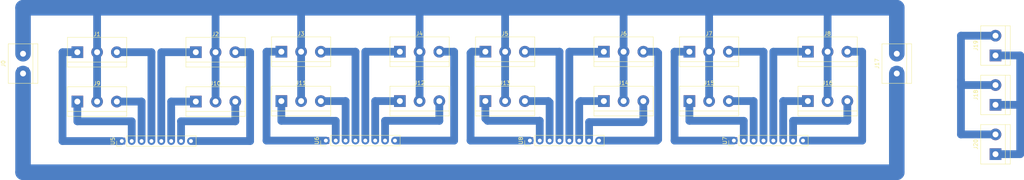
<source format=kicad_pcb>
(kicad_pcb (version 20211014) (generator pcbnew)
  (layers (0 "F.Cu" signal) (31 "B.Cu" signal) (34 "B.Paste" user) (35 "F.Paste" user) (36 "B.SilkS" user "B.Silkscreen") (37 "F.SilkS" user "F.Silkscreen") (38 "B.Mask" user) (39 "F.Mask" user) (44 "Edge.Cuts" user))
  (net 0 "")
  (net 1 "GND")
  (net 2 "+5V")
  (net 3 "LED1")
  (net 4 "BTN1")
  (net 5 "LED2")
  (net 6 "BTN2")
  (net 7 "LED3")
  (net 8 "BTN3")
  (net 9 "LED4")
  (net 10 "BTN4")
  (net 11 "LED5")
  (net 12 "BTN5")
  (net 13 "LED6")
  (net 14 "BTN6")
  (net 15 "LED7")
  (net 16 "BTN7")
  (net 17 "LED8")
  (net 18 "BTN8")
  (net 19 "LED9")
  (net 20 "BTN9")
  (net 21 "LED10")
  (net 22 "BTN10")
  (net 23 "LED11")
  (net 24 "BTN11")
  (net 25 "LED12")
  (net 26 "BTN12")
  (net 27 "LED13")
  (net 28 "BTN13")
  (net 29 "LED14")
  (net 30 "BTN14")
  (net 31 "LED15")
  (net 32 "BTN15")
  (net 33 "LED16")
  (net 34 "BTN16")
  (net 35 "SCL")
  (net 36 "SDA")
  (footprint "TerminalBlock:TerminalBlock_bornier-3_P5.08mm" (layer "F.Cu") (at 62.23 25.4)
    (fp_text reference "J2" (at 5.05 -4.65) (layer "F.SilkS"))
    (fp_text value "SCR_BTN_2")
    (fp_line (start 12.7 3.81) (end 12.7 -3.81) (layer "F.SilkS") (width 0.12))
    (fp_line (start -2.54 2.54) (end 12.7 2.54) (layer "F.SilkS") (width 0.12))
    (fp_line (start -2.54 3.81) (end 12.7 3.81) (layer "F.SilkS") (width 0.12))
    (fp_line (start -2.54 -3.81) (end 12.7 -3.81) (layer "F.SilkS") (width 0.12))
    (fp_line (start -2.54 3.81) (end -2.54 -3.81) (layer "F.SilkS") (width 0.12))
    (pad "1" thru_hole rect (at 0 0) (size 3 3) (drill 1.52) (layers *.Cu *.Mask) (net 5 "LED2"))
    (pad "2" thru_hole circle (at 5.08 0) (size 3 3) (drill 1.52) (layers *.Cu *.Mask) (net 2 "+5V"))
    (pad "3" thru_hole circle (at 10.16 0) (size 3 3) (drill 1.52) (layers *.Cu *.Mask) (net 6 "BTN2"))
  )
  (footprint "TerminalBlock:TerminalBlock_bornier-3_P5.08mm" (layer "F.Cu") (at 31.75 38.1)
    (fp_text reference "J9" (at 5.05 -4.65) (layer "F.SilkS"))
    (fp_text value "SCR_BTN_9")
    (fp_line (start -2.54 2.54) (end 12.7 2.54) (layer "F.SilkS") (width 0.12))
    (fp_line (start -2.54 3.81) (end 12.7 3.81) (layer "F.SilkS") (width 0.12))
    (fp_line (start 12.7 3.81) (end 12.7 -3.81) (layer "F.SilkS") (width 0.12))
    (fp_line (start -2.54 3.81) (end -2.54 -3.81) (layer "F.SilkS") (width 0.12))
    (fp_line (start -2.54 -3.81) (end 12.7 -3.81) (layer "F.SilkS") (width 0.12))
    (pad "1" thru_hole rect (at 0 0) (size 3 3) (drill 1.52) (layers *.Cu *.Mask) (net 19 "LED9"))
    (pad "2" thru_hole circle (at 5.08 0) (size 3 3) (drill 1.52) (layers *.Cu *.Mask) (net 2 "+5V"))
    (pad "3" thru_hole circle (at 10.16 0) (size 3 3) (drill 1.52) (layers *.Cu *.Mask) (net 20 "BTN9"))
  )
  (footprint "TerminalBlock:TerminalBlock_bornier-3_P5.08mm" (layer "F.Cu") (at 136.726666 25.275)
    (fp_text reference "J5" (at 5.05 -4.65) (layer "F.SilkS"))
    (fp_text value "SCR_BTN_5")
    (fp_line (start -2.54 3.81) (end 12.7 3.81) (layer "F.SilkS") (width 0.12))
    (fp_line (start -2.54 -3.81) (end 12.7 -3.81) (layer "F.SilkS") (width 0.12))
    (fp_line (start 12.7 3.81) (end 12.7 -3.81) (layer "F.SilkS") (width 0.12))
    (fp_line (start -2.54 2.54) (end 12.7 2.54) (layer "F.SilkS") (width 0.12))
    (fp_line (start -2.54 3.81) (end -2.54 -3.81) (layer "F.SilkS") (width 0.12))
    (pad "1" thru_hole rect (at 0 0) (size 3 3) (drill 1.52) (layers *.Cu *.Mask) (net 11 "LED5"))
    (pad "2" thru_hole circle (at 5.08 0) (size 3 3) (drill 1.52) (layers *.Cu *.Mask) (net 2 "+5V"))
    (pad "3" thru_hole circle (at 10.16 0) (size 3 3) (drill 1.52) (layers *.Cu *.Mask) (net 12 "BTN5"))
  )
  (footprint "TerminalBlock:TerminalBlock_bornier-3_P5.08mm" (layer "F.Cu") (at 136.726666 37.975)
    (fp_text reference "J13" (at 5.05 -4.65) (layer "F.SilkS"))
    (fp_text value "SCR_BTN_13")
    (fp_line (start -2.54 3.81) (end 12.7 3.81) (layer "F.SilkS") (width 0.12))
    (fp_line (start -2.54 3.81) (end -2.54 -3.81) (layer "F.SilkS") (width 0.12))
    (fp_line (start 12.7 3.81) (end 12.7 -3.81) (layer "F.SilkS") (width 0.12))
    (fp_line (start -2.54 2.54) (end 12.7 2.54) (layer "F.SilkS") (width 0.12))
    (fp_line (start -2.54 -3.81) (end 12.7 -3.81) (layer "F.SilkS") (width 0.12))
    (pad "1" thru_hole rect (at 0 0) (size 3 3) (drill 1.52) (layers *.Cu *.Mask) (net 27 "LED13"))
    (pad "2" thru_hole circle (at 5.08 0) (size 3 3) (drill 1.52) (layers *.Cu *.Mask) (net 2 "+5V"))
    (pad "3" thru_hole circle (at 10.16 0) (size 3 3) (drill 1.52) (layers *.Cu *.Mask) (net 28 "BTN13"))
  )
  (footprint "TerminalBlock:TerminalBlock_bornier-3_P5.08mm" (layer "F.Cu") (at 189.215 37.975)
    (fp_text reference "J15" (at 5.05 -4.65) (layer "F.SilkS"))
    (fp_text value "SCR_BTN_15")
    (fp_line (start -2.54 3.81) (end -2.54 -3.81) (layer "F.SilkS") (width 0.12))
    (fp_line (start -2.54 3.81) (end 12.7 3.81) (layer "F.SilkS") (width 0.12))
    (fp_line (start -2.54 -3.81) (end 12.7 -3.81) (layer "F.SilkS") (width 0.12))
    (fp_line (start -2.54 2.54) (end 12.7 2.54) (layer "F.SilkS") (width 0.12))
    (fp_line (start 12.7 3.81) (end 12.7 -3.81) (layer "F.SilkS") (width 0.12))
    (pad "1" thru_hole rect (at 0 0) (size 3 3) (drill 1.52) (layers *.Cu *.Mask) (net 31 "LED15"))
    (pad "2" thru_hole circle (at 5.08 0) (size 3 3) (drill 1.52) (layers *.Cu *.Mask) (net 2 "+5V"))
    (pad "3" thru_hole circle (at 10.16 0) (size 3 3) (drill 1.52) (layers *.Cu *.Mask) (net 32 "BTN15"))
  )
  (footprint "TerminalBlock:TerminalBlock_bornier-3_P5.08mm" (layer "F.Cu") (at 62.23 38.1)
    (fp_text reference "J10" (at 5.05 -4.65) (layer "F.SilkS"))
    (fp_text value "SCR_BTN_10")
    (fp_line (start -2.54 2.54) (end 12.7 2.54) (layer "F.SilkS") (width 0.12))
    (fp_line (start -2.54 3.81) (end -2.54 -3.81) (layer "F.SilkS") (width 0.12))
    (fp_line (start 12.7 3.81) (end 12.7 -3.81) (layer "F.SilkS") (width 0.12))
    (fp_line (start -2.54 3.81) (end 12.7 3.81) (layer "F.SilkS") (width 0.12))
    (fp_line (start -2.54 -3.81) (end 12.7 -3.81) (layer "F.SilkS") (width 0.12))
    (pad "1" thru_hole rect (at 0 0) (size 3 3) (drill 1.52) (layers *.Cu *.Mask) (net 21 "LED10"))
    (pad "2" thru_hole circle (at 5.08 0) (size 3 3) (drill 1.52) (layers *.Cu *.Mask) (net 2 "+5V"))
    (pad "3" thru_hole circle (at 10.16 0) (size 3 3) (drill 1.52) (layers *.Cu *.Mask) (net 22 "BTN10"))
  )
  (footprint "TerminalBlock:TerminalBlock_bornier-3_P5.08mm" (layer "F.Cu") (at 189.215 25.275)
    (fp_text reference "J7" (at 5.05 -4.65) (layer "F.SilkS"))
    (fp_text value "SCR_BTN_7")
    (fp_line (start 12.7 3.81) (end 12.7 -3.81) (layer "F.SilkS") (width 0.12))
    (fp_line (start -2.54 2.54) (end 12.7 2.54) (layer "F.SilkS") (width 0.12))
    (fp_line (start -2.54 3.81) (end -2.54 -3.81) (layer "F.SilkS") (width 0.12))
    (fp_line (start -2.54 -3.81) (end 12.7 -3.81) (layer "F.SilkS") (width 0.12))
    (fp_line (start -2.54 3.81) (end 12.7 3.81) (layer "F.SilkS") (width 0.12))
    (pad "1" thru_hole rect (at 0 0) (size 3 3) (drill 1.52) (layers *.Cu *.Mask) (net 15 "LED7"))
    (pad "2" thru_hole circle (at 5.08 0) (size 3 3) (drill 1.52) (layers *.Cu *.Mask) (net 2 "+5V"))
    (pad "3" thru_hole circle (at 10.16 0) (size 3 3) (drill 1.52) (layers *.Cu *.Mask) (net 16 "BTN7"))
  )
  (footprint "TerminalBlock:TerminalBlock_bornier-3_P5.08mm" (layer "F.Cu") (at 167.206666 25.275)
    (fp_text reference "J6" (at 5.05 -4.65) (layer "F.SilkS"))
    (fp_text value "SCR_BTN_6")
    (fp_line (start 12.7 3.81) (end 12.7 -3.81) (layer "F.SilkS") (width 0.12))
    (fp_line (start -2.54 -3.81) (end 12.7 -3.81) (layer "F.SilkS") (width 0.12))
    (fp_line (start -2.54 3.81) (end -2.54 -3.81) (layer "F.SilkS") (width 0.12))
    (fp_line (start -2.54 2.54) (end 12.7 2.54) (layer "F.SilkS") (width 0.12))
    (fp_line (start -2.54 3.81) (end 12.7 3.81) (layer "F.SilkS") (width 0.12))
    (pad "1" thru_hole rect (at 0 0) (size 3 3) (drill 1.52) (layers *.Cu *.Mask) (net 13 "LED6"))
    (pad "2" thru_hole circle (at 5.08 0) (size 3 3) (drill 1.52) (layers *.Cu *.Mask) (net 2 "+5V"))
    (pad "3" thru_hole circle (at 10.16 0) (size 3 3) (drill 1.52) (layers *.Cu *.Mask) (net 14 "BTN6"))
  )
  (footprint "TerminalBlock:TerminalBlock_bornier-3_P5.08mm" (layer "F.Cu") (at 167.206666 37.975)
    (fp_text reference "J14" (at 5.05 -4.65) (layer "F.SilkS"))
    (fp_text value "SCR_BTN_14")
    (fp_line (start -2.54 3.81) (end 12.7 3.81) (layer "F.SilkS") (width 0.12))
    (fp_line (start 12.7 3.81) (end 12.7 -3.81) (layer "F.SilkS") (width 0.12))
    (fp_line (start -2.54 2.54) (end 12.7 2.54) (layer "F.SilkS") (width 0.12))
    (fp_line (start -2.54 -3.81) (end 12.7 -3.81) (layer "F.SilkS") (width 0.12))
    (fp_line (start -2.54 3.81) (end -2.54 -3.81) (layer "F.SilkS") (width 0.12))
    (pad "1" thru_hole rect (at 0 0) (size 3 3) (drill 1.52) (layers *.Cu *.Mask) (net 29 "LED14"))
    (pad "2" thru_hole circle (at 5.08 0) (size 3 3) (drill 1.52) (layers *.Cu *.Mask) (net 2 "+5V"))
    (pad "3" thru_hole circle (at 10.16 0) (size 3 3) (drill 1.52) (layers *.Cu *.Mask) (net 30 "BTN14"))
  )
  (footprint "Connector_PinHeader_2.54mm:PinHeader_1x08_P2.54mm_Vertical" (layer "F.Cu") (at 95.683333 48.135 90)
    (fp_text reference "U6" (at 0 -2.33 90) (layer "F.SilkS"))
    (fp_text value "8P_Header")
    (fp_line (start -1.33 1.27) (end -1.33 19.11) (layer "F.SilkS") (width 0.12))
    (fp_line (start -1.33 19.11) (end 1.33 19.11) (layer "F.SilkS") (width 0.12))
    (fp_line (start -1.33 0) (end -1.33 -1.33) (layer "F.SilkS") (width 0.12))
    (fp_line (start 1.33 1.27) (end 1.33 19.11) (layer "F.SilkS") (width 0.12))
    (fp_line (start -1.33 1.27) (end 1.33 1.27) (layer "F.SilkS") (width 0.12))
    (fp_line (start -1.33 -1.33) (end 0 -1.33) (layer "F.SilkS") (width 0.12))
    (pad "1" thru_hole rect (at 0 0 90) (size 1.7 1.7) (drill 1) (layers *.Cu *.Mask) (net 7 "LED3"))
    (pad "2" thru_hole oval (at 0 2.54 90) (size 1.7 1.7) (drill 1) (layers *.Cu *.Mask) (net 23 "LED11"))
    (pad "3" thru_hole oval (at 0 5.08 90) (size 1.7 1.7) (drill 1) (layers *.Cu *.Mask) (net 24 "BTN11"))
    (pad "4" thru_hole oval (at 0 7.62 90) (size 1.7 1.7) (drill 1) (layers *.Cu *.Mask) (net 8 "BTN3"))
    (pad "5" thru_hole oval (at 0 10.16 90) (size 1.7 1.7) (drill 1) (layers *.Cu *.Mask) (net 9 "LED4"))
    (pad "6" thru_hole oval (at 0 12.7 90) (size 1.7 1.7) (drill 1) (layers *.Cu *.Mask) (net 25 "LED12"))
    (pad "7" thru_hole oval (at 0 15.24 90) (size 1.7 1.7) (drill 1) (layers *.Cu *.Mask) (net 26 "BTN12"))
    (pad "8" thru_hole oval (at 0 17.78 90) (size 1.7 1.7) (drill 1) (layers *.Cu *.Mask) (net 10 "BTN4"))
  )
  (footprint "TerminalBlock:TerminalBlock_bornier-3_P5.08mm" (layer "F.Cu") (at 84.238333 37.975)
    (fp_text reference "J11" (at 5.05 -4.65) (layer "F.SilkS"))
    (fp_text value "SCR_BTN_11")
    (fp_line (start 12.7 3.81) (end 12.7 -3.81) (layer "F.SilkS") (width 0.12))
    (fp_line (start -2.54 3.81) (end 12.7 3.81) (layer "F.SilkS") (width 0.12))
    (fp_line (start -2.54 3.81) (end -2.54 -3.81) (layer "F.SilkS") (width 0.12))
    (fp_line (start -2.54 -3.81) (end 12.7 -3.81) (layer "F.SilkS") (width 0.12))
    (fp_line (start -2.54 2.54) (end 12.7 2.54) (layer "F.SilkS") (width 0.12))
    (pad "1" thru_hole rect (at 0 0) (size 3 3) (drill 1.52) (layers *.Cu *.Mask) (net 23 "LED11"))
    (pad "2" thru_hole circle (at 5.08 0) (size 3 3) (drill 1.52) (layers *.Cu *.Mask) (net 2 "+5V"))
    (pad "3" thru_hole circle (at 10.16 0) (size 3 3) (drill 1.52) (layers *.Cu *.Mask) (net 24 "BTN11"))
  )
  (footprint "Connector_PinHeader_2.54mm:PinHeader_1x08_P2.54mm_Vertical" (layer "F.Cu") (at 200.66 48.135 90)
    (fp_text reference "U7" (at 0 -2.33 90) (layer "F.SilkS"))
    (fp_text value "8P_Header")
    (fp_line (start -1.33 1.27) (end 1.33 1.27) (layer "F.SilkS") (width 0.12))
    (fp_line (start -1.33 19.11) (end 1.33 19.11) (layer "F.SilkS") (width 0.12))
    (fp_line (start -1.33 1.27) (end -1.33 19.11) (layer "F.SilkS") (width 0.12))
    (fp_line (start -1.33 0) (end -1.33 -1.33) (layer "F.SilkS") (width 0.12))
    (fp_line (start -1.33 -1.33) (end 0 -1.33) (layer "F.SilkS") (width 0.12))
    (fp_line (start 1.33 1.27) (end 1.33 19.11) (layer "F.SilkS") (width 0.12))
    (pad "1" thru_hole rect (at 0 0 90) (size 1.7 1.7) (drill 1) (layers *.Cu *.Mask) (net 15 "LED7"))
    (pad "2" thru_hole oval (at 0 2.54 90) (size 1.7 1.7) (drill 1) (layers *.Cu *.Mask) (net 31 "LED15"))
    (pad "3" thru_hole oval (at 0 5.08 90) (size 1.7 1.7) (drill 1) (layers *.Cu *.Mask) (net 32 "BTN15"))
    (pad "4" thru_hole oval (at 0 7.62 90) (size 1.7 1.7) (drill 1) (layers *.Cu *.Mask) (net 16 "BTN7"))
    (pad "5" thru_hole oval (at 0 10.16 90) (size 1.7 1.7) (drill 1) (layers *.Cu *.Mask) (net 17 "LED8"))
    (pad "6" thru_hole oval (at 0 12.7 90) (size 1.7 1.7) (drill 1) (layers *.Cu *.Mask) (net 33 "LED16"))
    (pad "7" thru_hole oval (at 0 15.24 90) (size 1.7 1.7) (drill 1) (layers *.Cu *.Mask) (net 34 "BTN16"))
    (pad "8" thru_hole oval (at 0 17.78 90) (size 1.7 1.7) (drill 1) (layers *.Cu *.Mask) (net 18 "BTN8"))
  )
  (footprint "TerminalBlock:TerminalBlock_bornier-2_P5.08mm" (layer "F.Cu") (at 17.78 30.877381 90)
    (fp_text reference "J0" (at 2.54 -5.08 90) (layer "F.SilkS"))
    (fp_text value "SCR_5V1")
    (fp_line (start 7.62 2.54) (end -2.54 2.54) (layer "F.SilkS") (width 0.12))
    (fp_line (start -2.54 3.81) (end 7.62 3.81) (layer "F.SilkS") (width 0.12))
    (fp_line (start 7.62 3.81) (end 7.62 -3.81) (layer "F.SilkS") (width 0.12))
    (fp_line (start 7.62 -3.81) (end -2.54 -3.81) (layer "F.SilkS") (width 0.12))
    (fp_line (start -2.54 -3.81) (end -2.54 3.81) (layer "F.SilkS") (width 0.12))
    (pad "1" thru_hole rect (at 0 0 90) (size 3 3) (drill 1.52) (layers *.Cu *.Mask) (net 1 "GND"))
    (pad "2" thru_hole circle (at 5.08 0 90) (size 3 3) (drill 1.52) (layers *.Cu *.Mask) (net 2 "+5V"))
  )
  (footprint "TerminalBlock:TerminalBlock_bornier-2_P5.08mm" (layer "F.Cu") (at 267.97 51.633691 90)
    (fp_text reference "J20" (at 2.54 -5.08 90) (layer "F.SilkS"))
    (fp_text value "SCR_i2c")
    (fp_line (start -2.54 3.81) (end 7.62 3.81) (layer "F.SilkS") (width 0.12))
    (fp_line (start 7.62 3.81) (end 7.62 -3.81) (layer "F.SilkS") (width 0.12))
    (fp_line (start -2.54 -3.81) (end -2.54 3.81) (layer "F.SilkS") (width 0.12))
    (fp_line (start 7.62 2.54) (end -2.54 2.54) (layer "F.SilkS") (width 0.12))
    (fp_line (start 7.62 -3.81) (end -2.54 -3.81) (layer "F.SilkS") (width 0.12))
    (pad "1" thru_hole rect (at 0 0 90) (size 3 3) (drill 1.52) (layers *.Cu *.Mask) (net 35 "SCL"))
    (pad "2" thru_hole circle (at 5.08 0 90) (size 3 3) (drill 1.52) (layers *.Cu *.Mask) (net 36 "SDA"))
  )
  (footprint "TerminalBlock:TerminalBlock_bornier-3_P5.08mm" (layer "F.Cu") (at 114.718333 37.975)
    (fp_text reference "J12" (at 5.05 -4.65) (layer "F.SilkS"))
    (fp_text value "SCR_BTN_12")
    (fp_line (start -2.54 3.81) (end 12.7 3.81) (layer "F.SilkS") (width 0.12))
    (fp_line (start -2.54 -3.81) (end 12.7 -3.81) (layer "F.SilkS") (width 0.12))
    (fp_line (start -2.54 3.81) (end -2.54 -3.81) (layer "F.SilkS") (width 0.12))
    (fp_line (start 12.7 3.81) (end 12.7 -3.81) (layer "F.SilkS") (width 0.12))
    (fp_line (start -2.54 2.54) (end 12.7 2.54) (layer "F.SilkS") (width 0.12))
    (pad "1" thru_hole rect (at 0 0) (size 3 3) (drill 1.52) (layers *.Cu *.Mask) (net 25 "LED12"))
    (pad "2" thru_hole circle (at 5.08 0) (size 3 3) (drill 1.52) (layers *.Cu *.Mask) (net 2 "+5V"))
    (pad "3" thru_hole circle (at 10.16 0) (size 3 3) (drill 1.52) (layers *.Cu *.Mask) (net 26 "BTN12"))
  )
  (footprint "TerminalBlock:TerminalBlock_bornier-3_P5.08mm" (layer "F.Cu") (at 114.718333 25.275)
    (fp_text reference "J4" (at 5.05 -4.65) (layer "F.SilkS"))
    (fp_text value "SCR_BTN_4")
    (fp_line (start 12.7 3.81) (end 12.7 -3.81) (layer "F.SilkS") (width 0.12))
    (fp_line (start -2.54 3.81) (end -2.54 -3.81) (layer "F.SilkS") (width 0.12))
    (fp_line (start -2.54 -3.81) (end 12.7 -3.81) (layer "F.SilkS") (width 0.12))
    (fp_line (start -2.54 2.54) (end 12.7 2.54) (layer "F.SilkS") (width 0.12))
    (fp_line (start -2.54 3.81) (end 12.7 3.81) (layer "F.SilkS") (width 0.12))
    (pad "1" thru_hole rect (at 0 0) (size 3 3) (drill 1.52) (layers *.Cu *.Mask) (net 9 "LED4"))
    (pad "2" thru_hole circle (at 5.08 0) (size 3 3) (drill 1.52) (layers *.Cu *.Mask) (net 2 "+5V"))
    (pad "3" thru_hole circle (at 10.16 0) (size 3 3) (drill 1.52) (layers *.Cu *.Mask) (net 10 "BTN4"))
  )
  (footprint "TerminalBlock:TerminalBlock_bornier-3_P5.08mm" (layer "F.Cu") (at 219.695 25.275)
    (fp_text reference "J8" (at 5.05 -4.65) (layer "F.SilkS"))
    (fp_text value "SCR_BTN_8")
    (fp_line (start -2.54 2.54) (end 12.7 2.54) (layer "F.SilkS") (width 0.12))
    (fp_line (start 12.7 3.81) (end 12.7 -3.81) (layer "F.SilkS") (width 0.12))
    (fp_line (start -2.54 3.81) (end -2.54 -3.81) (layer "F.SilkS") (width 0.12))
    (fp_line (start -2.54 3.81) (end 12.7 3.81) (layer "F.SilkS") (width 0.12))
    (fp_line (start -2.54 -3.81) (end 12.7 -3.81) (layer "F.SilkS") (width 0.12))
    (pad "1" thru_hole rect (at 0 0) (size 3 3) (drill 1.52) (layers *.Cu *.Mask) (net 17 "LED8"))
    (pad "2" thru_hole circle (at 5.08 0) (size 3 3) (drill 1.52) (layers *.Cu *.Mask) (net 2 "+5V"))
    (pad "3" thru_hole circle (at 10.16 0) (size 3 3) (drill 1.52) (layers *.Cu *.Mask) (net 18 "BTN8"))
  )
  (footprint "TerminalBlock:TerminalBlock_bornier-3_P5.08mm" (layer "F.Cu") (at 31.75 25.4)
    (fp_text reference "J1" (at 5.05 -4.65) (layer "F.SilkS"))
    (fp_text value "SCR_BTN_1")
    (fp_line (start 12.7 3.81) (end 12.7 -3.81) (layer "F.SilkS") (width 0.12))
    (fp_line (start -2.54 3.81) (end 12.7 3.81) (layer "F.SilkS") (width 0.12))
    (fp_line (start -2.54 -3.81) (end 12.7 -3.81) (layer "F.SilkS") (width 0.12))
    (fp_line (start -2.54 2.54) (end 12.7 2.54) (layer "F.SilkS") (width 0.12))
    (fp_line (start -2.54 3.81) (end -2.54 -3.81) (layer "F.SilkS") (width 0.12))
    (pad "1" thru_hole rect (at 0 0) (size 3 3) (drill 1.52) (layers *.Cu *.Mask) (net 3 "LED1"))
    (pad "2" thru_hole circle (at 5.08 0) (size 3 3) (drill 1.52) (layers *.Cu *.Mask) (net 2 "+5V"))
    (pad "3" thru_hole circle (at 10.16 0) (size 3 3) (drill 1.52) (layers *.Cu *.Mask) (net 4 "BTN1"))
  )
  (footprint "TerminalBlock:TerminalBlock_bornier-2_P5.08mm" (layer "F.Cu") (at 242.57 30.877381 90)
    (fp_text reference "J17" (at 2.54 -5.08 90) (layer "F.SilkS"))
    (fp_text value "SCR_5V2")
    (fp_line (start -2.54 -3.81) (end -2.54 3.81) (layer "F.SilkS") (width 0.12))
    (fp_line (start 7.62 3.81) (end 7.62 -3.81) (layer "F.SilkS") (width 0.12))
    (fp_line (start 7.62 -3.81) (end -2.54 -3.81) (layer "F.SilkS") (width 0.12))
    (fp_line (start -2.54 3.81) (end 7.62 3.81) (layer "F.SilkS") (width 0.12))
    (fp_line (start 7.62 2.54) (end -2.54 2.54) (layer "F.SilkS") (width 0.12))
    (pad "1" thru_hole rect (at 0 0 90) (size 3 3) (drill 1.52) (layers *.Cu *.Mask) (net 1 "GND"))
    (pad "2" thru_hole circle (at 5.08 0 90) (size 3 3) (drill 1.52) (layers *.Cu *.Mask) (net 2 "+5V"))
  )
  (footprint "TerminalBlock:TerminalBlock_bornier-3_P5.08mm" (layer "F.Cu") (at 219.695 37.975)
    (fp_text reference "J16" (at 5.05 -4.65) (layer "F.SilkS"))
    (fp_text value "SCR_BTN_16")
    (fp_line (start -2.54 -3.81) (end 12.7 -3.81) (layer "F.SilkS") (width 0.12))
    (fp_line (start -2.54 3.81) (end -2.54 -3.81) (layer "F.SilkS") (width 0.12))
    (fp_line (start -2.54 2.54) (end 12.7 2.54) (layer "F.SilkS") (width 0.12))
    (fp_line (start -2.54 3.81) (end 12.7 3.81) (layer "F.SilkS") (width 0.12))
    (fp_line (start 12.7 3.81) (end 12.7 -3.81) (layer "F.SilkS") (width 0.12))
    (pad "1" thru_hole rect (at 0 0) (size 3 3) (drill 1.52) (layers *.Cu *.Mask) (net 33 "LED16"))
    (pad "2" thru_hole circle (at 5.08 0) (size 3 3) (drill 1.52) (layers *.Cu *.Mask) (net 2 "+5V"))
    (pad "3" thru_hole circle (at 10.16 0) (size 3 3) (drill 1.52) (layers *.Cu *.Mask) (net 34 "BTN16"))
  )
  (footprint "TerminalBlock:TerminalBlock_bornier-2_P5.08mm" (layer "F.Cu") (at 267.97 38.933691 90)
    (fp_text reference "J18" (at 2.54 -5.08 90) (layer "F.SilkS"))
    (fp_text value "SCR_i2c")
    (fp_line (start -2.54 3.81) (end 7.62 3.81) (layer "F.SilkS") (width 0.12))
    (fp_line (start 7.62 -3.81) (end -2.54 -3.81) (layer "F.SilkS") (width 0.12))
    (fp_line (start 7.62 3.81) (end 7.62 -3.81) (layer "F.SilkS") (width 0.12))
    (fp_line (start -2.54 -3.81) (end -2.54 3.81) (layer "F.SilkS") (width 0.12))
    (fp_line (start 7.62 2.54) (end -2.54 2.54) (layer "F.SilkS") (width 0.12))
    (pad "1" thru_hole rect (at 0 0 90) (size 3 3) (drill 1.52) (layers *.Cu *.Mask) (net 35 "SCL"))
    (pad "2" thru_hole circle (at 5.08 0 90) (size 3 3) (drill 1.52) (layers *.Cu *.Mask) (net 36 "SDA"))
  )
  (footprint "TerminalBlock:TerminalBlock_bornier-3_P5.08mm" (layer "F.Cu") (at 84.238333 25.275)
    (fp_text reference "J3" (at 5.05 -4.65) (layer "F.SilkS"))
    (fp_text value "SCR_BTN_3")
    (fp_line (start -2.54 2.54) (end 12.7 2.54) (layer "F.SilkS") (width 0.12))
    (fp_line (start 12.7 3.81) (end 12.7 -3.81) (layer "F.SilkS") (width 0.12))
    (fp_line (start -2.54 -3.81) (end 12.7 -3.81) (layer "F.SilkS") (width 0.12))
    (fp_line (start -2.54 3.81) (end 12.7 3.81) (layer "F.SilkS") (width 0.12))
    (fp_line (start -2.54 3.81) (end -2.54 -3.81) (layer "F.SilkS") (width 0.12))
    (pad "1" thru_hole rect (at 0 0) (size 3 3) (drill 1.52) (layers *.Cu *.Mask) (net 7 "LED3"))
    (pad "2" thru_hole circle (at 5.08 0) (size 3 3) (drill 1.52) (layers *.Cu *.Mask) (net 2 "+5V"))
    (pad "3" thru_hole circle (at 10.16 0) (size 3 3) (drill 1.52) (layers *.Cu *.Mask) (net 8 "BTN3"))
  )
  (footprint "TerminalBlock:TerminalBlock_bornier-2_P5.08mm" (layer "F.Cu") (at 267.97 26.233691 90)
    (fp_text reference "J19" (at 2.54 -5.08 90) (layer "F.SilkS"))
    (fp_text value "SCR_i2c")
    (fp_line (start -2.54 3.81) (end 7.62 3.81) (layer "F.SilkS") (width 0.12))
    (fp_line (start 7.62 -3.81) (end -2.54 -3.81) (layer "F.SilkS") (width 0.12))
    (fp_line (start 7.62 2.54) (end -2.54 2.54) (layer "F.SilkS") (width 0.12))
    (fp_line (start -2.54 -3.81) (end -2.54 3.81) (layer "F.SilkS") (width 0.12))
    (fp_line (start 7.62 3.81) (end 7.62 -3.81) (layer "F.SilkS") (width 0.12))
    (pad "1" thru_hole rect (at 0 0 90) (size 3 3) (drill 1.52) (layers *.Cu *.Mask) (net 35 "SCL"))
    (pad "2" thru_hole circle (at 5.08 0 90) (size 3 3) (drill 1.52) (layers *.Cu *.Mask) (net 36 "SDA"))
  )
  (footprint "Connector_PinHeader_2.54mm:PinHeader_1x08_P2.54mm_Vertical" (layer "F.Cu") (at 43.195 48.26 90)
    (fp_text reference "U5" (at 0 -2.33 90) (layer "F.SilkS"))
    (fp_text value "8P_Header")
    (fp_line (start -1.33 1.27) (end 1.33 1.27) (layer "F.SilkS") (width 0.12))
    (fp_line (start -1.33 1.27) (end -1.33 19.11) (layer "F.SilkS") (width 0.12))
    (fp_line (start -1.33 19.11) (end 1.33 19.11) (layer "F.SilkS") (width 0.12))
    (fp_line (start -1.33 0) (end -1.33 -1.33) (layer "F.SilkS") (width 0.12))
    (fp_line (start 1.33 1.27) (end 1.33 19.11) (layer "F.SilkS") (width 0.12))
    (fp_line (start -1.33 -1.33) (end 0 -1.33) (layer "F.SilkS") (width 0.12))
    (pad "1" thru_hole rect (at 0 0 90) (size 1.7 1.7) (drill 1) (layers *.Cu *.Mask) (net 3 "LED1"))
    (pad "2" thru_hole oval (at 0 2.54 90) (size 1.7 1.7) (drill 1) (layers *.Cu *.Mask) (net 19 "LED9"))
    (pad "3" thru_hole oval (at 0 5.08 90) (size 1.7 1.7) (drill 1) (layers *.Cu *.Mask) (net 20 "BTN9"))
    (pad "4" thru_hole oval (at 0 7.62 90) (size 1.7 1.7) (drill 1) (layers *.Cu *.Mask) (net 4 "BTN1"))
    (pad "5" thru_hole oval (at 0 10.16 90) (size 1.7 1.7) (drill 1) (layers *.Cu *.Mask) (net 5 "LED2"))
    (pad "6" thru_hole oval (at 0 12.7 90) (size 1.7 1.7) (drill 1) (layers *.Cu *.Mask) (net 21 "LED10"))
    (pad "7" thru_hole oval (at 0 15.24 90) (size 1.7 1.7) (drill 1) (layers *.Cu *.Mask) (net 22 "BTN10"))
    (pad "8" thru_hole oval (at 0 17.78 90) (size 1.7 1.7) (drill 1) (layers *.Cu *.Mask) (net 6 "BTN2"))
  )
  (footprint "Connector_PinHeader_2.54mm:PinHeader_1x08_P2.54mm_Vertical" (layer "F.Cu") (at 148.171666 48.135 90)
    (fp_text reference "U8" (at 0 -2.33 90) (layer "F.SilkS"))
    (fp_text value "8P_Header")
    (fp_line (start 1.33 1.27) (end 1.33 19.11) (layer "F.SilkS") (width 0.12))
    (fp_line (start -1.33 19.11) (end 1.33 19.11) (layer "F.SilkS") (width 0.12))
    (fp_line (start -1.33 1.27) (end -1.33 19.11) (layer "F.SilkS") (width 0.12))
    (fp_line (start -1.33 0) (end -1.33 -1.33) (layer "F.SilkS") (width 0.12))
    (fp_line (start -1.33 1.27) (end 1.33 1.27) (layer "F.SilkS") (width 0.12))
    (fp_line (start -1.33 -1.33) (end 0 -1.33) (layer "F.SilkS") (width 0.12))
    (pad "1" thru_hole rect (at 0 0 90) (size 1.7 1.7) (drill 1) (layers *.Cu *.Mask) (net 11 "LED5"))
    (pad "2" thru_hole oval (at 0 2.54 90) (size 1.7 1.7) (drill 1) (layers *.Cu *.Mask) (net 27 "LED13"))
    (pad "3" thru_hole oval (at 0 5.08 90) (size 1.7 1.7) (drill 1) (layers *.Cu *.Mask) (net 28 "BTN13"))
    (pad "4" thru_hole oval (at 0 7.62 90) (size 1.7 1.7) (drill 1) (layers *.Cu *.Mask) (net 12 "BTN5"))
    (pad "5" thru_hole oval (at 0 10.16 90) (size 1.7 1.7) (drill 1) (layers *.Cu *.Mask) (net 13 "LED6"))
    (pad "6" thru_hole oval (at 0 12.7 90) (size 1.7 1.7) (drill 1) (layers *.Cu *.Mask) (net 29 "LED14"))
    (pad "7" thru_hole oval (at 0 15.24 90) (size 1.7 1.7) (drill 1) (layers *.Cu *.Mask) (net 30 "BTN14"))
    (pad "8" thru_hole oval (at 0 17.78 90) (size 1.7 1.7) (drill 1) (layers *.Cu *.Mask) (net 14 "BTN6"))
  )
  (segment (start 242.57 56.277381) (end 242.57 30.877381) (width 4) (layer "B.Cu") (net 1))
  (segment (start 17.78 30.877381) (end 17.78 56.277381) (width 4) (layer "B.Cu") (net 1))
  (segment (start 17.78 56.277381) (end 242.57 56.277381) (width 4) (layer "B.Cu") (net 1))
  (segment (start 119.798333 14.388333) (end 119.38 13.97) (width 2) (layer "B.Cu") (net 2))
  (segment (start 172.286666 25.275) (end 172.286666 37.975) (width 2) (layer "B.Cu") (net 2))
  (segment (start 89.318333 25.275) (end 89.318333 14.388333) (width 2) (layer "B.Cu") (net 2))
  (segment (start 67.31 25.4) (end 67.31 13.97) (width 2) (layer "B.Cu") (net 2))
  (segment (start 194.31 13.97) (end 224.79 13.97) (width 4) (layer "B.Cu") (net 2))
  (segment (start 17.78 25.797381) (end 17.78 13.97) (width 4) (layer "B.Cu") (net 2))
  (segment (start 172.286666 14.403334) (end 172.72 13.97) (width 2) (layer "B.Cu") (net 2))
  (segment (start 224.79 13.97) (end 242.57 13.97) (width 4) (layer "B.Cu") (net 2))
  (segment (start 67.31 38.1) (end 67.31 25.4) (width 2) (layer "B.Cu") (net 2))
  (segment (start 242.57 13.97) (end 242.57 25.797381) (width 4) (layer "B.Cu") (net 2))
  (segment (start 141.806666 25.275) (end 141.806666 14.403334) (width 2) (layer "B.Cu") (net 2))
  (segment (start 17.78 13.97) (end 36.83 13.97) (width 4) (layer "B.Cu") (net 2))
  (segment (start 142.24 13.97) (end 172.72 13.97) (width 4) (layer "B.Cu") (net 2))
  (segment (start 119.38 13.97) (end 142.24 13.97) (width 4) (layer "B.Cu") (net 2))
  (segment (start 141.806666 37.975) (end 141.806666 25.275) (width 2) (layer "B.Cu") (net 2))
  (segment (start 194.295 25.275) (end 194.295 13.985) (width 2) (layer "B.Cu") (net 2))
  (segment (start 67.31 13.97) (end 88.9 13.97) (width 4) (layer "B.Cu") (net 2))
  (segment (start 89.318333 14.388333) (end 88.9 13.97) (width 2) (layer "B.Cu") (net 2))
  (segment (start 172.286666 25.275) (end 172.286666 14.403334) (width 2) (layer "B.Cu") (net 2))
  (segment (start 89.318333 25.275) (end 89.318333 37.975) (width 2) (layer "B.Cu") (net 2))
  (segment (start 224.775 25.275) (end 224.775 13.985) (width 2) (layer "B.Cu") (net 2))
  (segment (start 194.295 25.275) (end 194.295 37.975) (width 2) (layer "B.Cu") (net 2))
  (segment (start 224.775 13.985) (end 224.79 13.97) (width 2) (layer "B.Cu") (net 2))
  (segment (start 172.72 13.97) (end 194.31 13.97) (width 4) (layer "B.Cu") (net 2))
  (segment (start 224.775 37.975) (end 224.775 25.275) (width 2) (layer "B.Cu") (net 2))
  (segment (start 194.295 13.985) (end 194.31 13.97) (width 2) (layer "B.Cu") (net 2))
  (segment (start 141.806666 14.403334) (end 142.24 13.97) (width 2) (layer "B.Cu") (net 2))
  (segment (start 36.83 25.4) (end 36.83 38.1) (width 2) (layer "B.Cu") (net 2))
  (segment (start 36.83 13.97) (end 67.31 13.97) (width 4) (layer "B.Cu") (net 2))
  (segment (start 88.9 13.97) (end 119.38 13.97) (width 4) (layer "B.Cu") (net 2))
  (segment (start 119.798333 37.975) (end 119.798333 25.275) (width 2) (layer "B.Cu") (net 2))
  (segment (start 119.798333 25.275) (end 119.798333 14.388333) (width 2) (layer "B.Cu") (net 2))
  (segment (start 36.83 25.4) (end 36.83 13.97) (width 2) (layer "B.Cu") (net 2))
  (segment (start 43.195 48.26) (end 27.94 48.26) (width 2) (layer "B.Cu") (net 3))
  (segment (start 27.94 48.26) (end 27.94 25.4) (width 2) (layer "B.Cu") (net 3))
  (segment (start 27.94 25.4) (end 31.75 25.4) (width 2) (layer "B.Cu") (net 3))
  (segment (start 41.91 25.4) (end 50.815 25.4) (width 2) (layer "B.Cu") (net 4))
  (segment (start 50.815 25.4) (end 50.815 48.26) (width 2) (layer "B.Cu") (net 4))
  (segment (start 53.355 25.4) (end 62.23 25.4) (width 2) (layer "B.Cu") (net 5))
  (segment (start 53.355 48.26) (end 53.355 25.4) (width 2) (layer "B.Cu") (net 5))
  (segment (start 76.2 48.26) (end 76.2 25.4) (width 2) (layer "B.Cu") (net 6))
  (segment (start 60.975 48.26) (end 76.2 48.26) (width 2) (layer "B.Cu") (net 6))
  (segment (start 76.2 25.4) (end 72.39 25.4) (width 2) (layer "B.Cu") (net 6))
  (segment (start 80.428333 48.135) (end 95.683333 48.135) (width 2) (layer "B.Cu") (net 7))
  (segment (start 80.428333 25.275) (end 80.428333 48.135) (width 2) (layer "B.Cu") (net 7))
  (segment (start 84.238333 25.275) (end 80.428333 25.275) (width 2) (layer "B.Cu") (net 7))
  (segment (start 103.303333 48.135) (end 103.303333 25.275) (width 2) (layer "B.Cu") (net 8))
  (segment (start 103.303333 25.275) (end 94.398333 25.275) (width 2) (layer "B.Cu") (net 8))
  (segment (start 105.843333 48.135) (end 105.843333 25.275) (width 2) (layer "B.Cu") (net 9))
  (segment (start 105.843333 25.275) (end 114.718333 25.275) (width 2) (layer "B.Cu") (net 9))
  (segment (start 128.688333 48.135) (end 128.688333 25.275) (width 2) (layer "B.Cu") (net 10))
  (segment (start 113.463333 48.135) (end 128.688333 48.135) (width 2) (layer "B.Cu") (net 10))
  (segment (start 128.688333 25.275) (end 124.878333 25.275) (width 2) (layer "B.Cu") (net 10))
  (segment (start 132.916666 25.615) (end 132.916666 48.135) (width 2) (layer "B.Cu") (net 11))
  (segment (start 132.916666 48.135) (end 148.171666 48.135) (width 2) (layer "B.Cu") (net 11))
  (segment (start 136.726666 25.275) (end 133.256666 25.275) (width 2) (layer "B.Cu") (net 11))
  (segment (start 133.256666 25.275) (end 132.916666 25.615) (width 2) (layer "B.Cu") (net 11))
  (segment (start 155.791666 48.135) (end 155.791666 25.275) (width 2) (layer "B.Cu") (net 12))
  (segment (start 155.791666 25.275) (end 146.886666 25.275) (width 2) (layer "B.Cu") (net 12))
  (segment (start 158.331666 25.275) (end 167.206666 25.275) (width 2) (layer "B.Cu") (net 13))
  (segment (start 158.331666 48.135) (end 158.331666 25.275) (width 2) (layer "B.Cu") (net 13))
  (segment (start 180.836666 25.275) (end 181.176666 25.615) (width 2) (layer "B.Cu") (net 14))
  (segment (start 181.176666 25.615) (end 181.176666 47.84) (width 2) (layer "B.Cu") (net 14))
  (segment (start 181.176666 47.84) (end 180.881666 48.135) (width 2) (layer "B.Cu") (net 14))
  (segment (start 177.366666 25.275) (end 180.836666 25.275) (width 2) (layer "B.Cu") (net 14))
  (segment (start 180.881666 48.135) (end 165.951666 48.135) (width 2) (layer "B.Cu") (net 14))
  (segment (start 189.215 25.275) (end 185.405 25.275) (width 2) (layer "B.Cu") (net 15))
  (segment (start 185.405 48.135) (end 200.66 48.135) (width 2) (layer "B.Cu") (net 15))
  (segment (start 185.405 25.275) (end 185.405 48.135) (width 2) (layer "B.Cu") (net 15))
  (segment (start 208.265 25.275) (end 208.28 25.29) (width 2) (layer "B.Cu") (net 16))
  (segment (start 199.375 25.275) (end 208.265 25.275) (width 2) (layer "B.Cu") (net 16))
  (segment (start 208.28 25.29) (end 208.28 48.135) (width 2) (layer "B.Cu") (net 16))
  (segment (start 210.82 25.275) (end 210.82 48.135) (width 2) (layer "B.Cu") (net 17))
  (segment (start 219.695 25.275) (end 210.82 25.275) (width 2) (layer "B.Cu") (net 17))
  (segment (start 233.665 48.135) (end 218.44 48.135) (width 2) (layer "B.Cu") (net 18))
  (segment (start 229.855 25.275) (end 233.665 25.275) (width 2) (layer "B.Cu") (net 18))
  (segment (start 233.665 25.275) (end 233.665 48.135) (width 2) (layer "B.Cu") (net 18))
  (segment (start 45.72 43.18) (end 45.735 43.195) (width 2) (layer "B.Cu") (net 19))
  (segment (start 31.75 38.1) (end 31.75 43.18) (width 2) (layer "B.Cu") (net 19))
  (segment (start 45.735 43.195) (end 45.735 48.26) (width 2) (layer "B.Cu") (net 19))
  (segment (start 31.75 43.18) (end 45.72 43.18) (width 2) (layer "B.Cu") (net 19))
  (segment (start 48.275 38.115) (end 48.275 48.26) (width 2) (layer "B.Cu") (net 20))
  (segment (start 48.26 38.1) (end 48.275 38.115) (width 2) (layer "B.Cu") (net 20))
  (segment (start 41.91 38.1) (end 48.26 38.1) (width 2) (layer "B.Cu") (net 20))
  (segment (start 62.23 38.1) (end 55.895 38.1) (width 2) (layer "B.Cu") (net 21))
  (segment (start 55.895 38.1) (end 55.895 48.26) (width 2) (layer "B.Cu") (net 21))
  (segment (start 58.42 43.18) (end 58.435 43.195) (width 2) (layer "B.Cu") (net 22))
  (segment (start 72.39 38.1) (end 72.39 43.18) (width 2) (layer "B.Cu") (net 22))
  (segment (start 72.39 43.18) (end 58.42 43.18) (width 2) (layer "B.Cu") (net 22))
  (segment (start 58.435 43.195) (end 58.435 48.26) (width 2) (layer "B.Cu") (net 22))
  (segment (start 98.223333 43.055) (end 98.223333 48.135) (width 2) (layer "B.Cu") (net 23))
  (segment (start 84.238333 37.975) (end 84.238333 43.055) (width 2) (layer "B.Cu") (net 23))
  (segment (start 84.238333 43.055) (end 98.223333 43.055) (width 2) (layer "B.Cu") (net 23))
  (segment (start 100.763333 48.135) (end 100.763333 37.99) (width 2) (layer "B.Cu") (net 24))
  (segment (start 100.748333 37.975) (end 94.398333 37.975) (width 2) (layer "B.Cu") (net 24))
  (segment (start 100.763333 37.99) (end 100.748333 37.975) (width 2) (layer "B.Cu") (net 24))
  (segment (start 114.718333 37.975) (end 108.383333 37.975) (width 2) (layer "B.Cu") (net 25))
  (segment (start 108.383333 37.975) (end 108.383333 48.135) (width 2) (layer "B.Cu") (net 25))
  (segment (start 124.878333 43.055) (end 110.923333 43.055) (width 2) (layer "B.Cu") (net 26))
  (segment (start 124.878333 37.975) (end 124.878333 43.055) (width 2) (layer "B.Cu") (net 26))
  (segment (start 110.923333 43.055) (end 110.923333 48.135) (width 2) (layer "B.Cu") (net 26))
  (segment (start 150.696666 43.055) (end 150.711666 43.04) (width 2) (layer "B.Cu") (net 27))
  (segment (start 137.316666 43.055) (end 150.696666 43.055) (width 2) (layer "B.Cu") (net 27))
  (segment (start 136.726666 42.465) (end 137.316666 43.055) (width 2) (layer "B.Cu") (net 27))
  (segment (start 150.711666 43.04) (end 150.711666 48.135) (width 2) (layer "B.Cu") (net 27))
  (segment (start 136.726666 37.975) (end 136.726666 42.465) (width 2) (layer "B.Cu") (net 27))
  (segment (start 152.911666 37.975) (end 146.886666 37.975) (width 2) (layer "B.Cu") (net 28))
  (segment (start 153.251666 48.135) (end 153.251666 38.315) (width 2) (layer "B.Cu") (net 28))
  (segment (start 153.251666 38.315) (end 152.911666 37.975) (width 2) (layer "B.Cu") (net 28))
  (segment (start 161.211666 37.975) (end 160.871666 38.315) (width 2) (layer "B.Cu") (net 29))
  (segment (start 167.206666 37.975) (end 161.211666 37.975) (width 2) (layer "B.Cu") (net 29))
  (segment (start 160.871666 38.315) (end 160.871666 48.135) (width 2) (layer "B.Cu") (net 29))
  (segment (start 177.026666 43.395) (end 163.411666 43.395) (width 2) (layer "B.Cu") (net 30))
  (segment (start 163.411666 43.395) (end 163.411666 48.135) (width 2) (layer "B.Cu") (net 30))
  (segment (start 177.366666 37.975) (end 177.366666 43.055) (width 2) (layer "B.Cu") (net 30))
  (segment (start 177.366666 43.055) (end 177.026666 43.395) (width 2) (layer "B.Cu") (net 30))
  (segment (start 189.215 43.055) (end 203.2 43.055) (width 2) (layer "B.Cu") (net 31))
  (segment (start 203.2 43.055) (end 203.2 48.135) (width 2) (layer "B.Cu") (net 31))
  (segment (start 189.215 37.975) (end 189.215 43.055) (width 2) (layer "B.Cu") (net 31))
  (segment (start 205.725 37.975) (end 205.74 37.99) (width 2) (layer "B.Cu") (net 32))
  (segment (start 199.375 37.975) (end 205.725 37.975) (width 2) (layer "B.Cu") (net 32))
  (segment (start 205.74 37.99) (end 205.74 48.135) (width 2) (layer "B.Cu") (net 32))
  (segment (start 219.695 37.975) (end 213.345 37.975) (width 2) (layer "B.Cu") (net 33))
  (segment (start 213.36 37.99) (end 213.36 48.135) (width 2) (layer "B.Cu") (net 33))
  (segment (start 213.345 37.975) (end 213.36 37.99) (width 2) (layer "B.Cu") (net 33))
  (segment (start 229.855 43.055) (end 215.9 43.055) (width 2) (layer "B.Cu") (net 34))
  (segment (start 229.855 37.975) (end 229.855 43.055) (width 2) (layer "B.Cu") (net 34))
  (segment (start 215.9 43.055) (end 215.9 48.135) (width 2) (layer "B.Cu") (net 34))
  (segment (start 274.32 51.633691) (end 267.97 51.633691) (width 2) (layer "B.Cu") (net 35))
  (segment (start 274.32 38.933691) (end 267.97 38.933691) (width 2) (layer "B.Cu") (net 35))
  (segment (start 274.32 26.233691) (end 274.32 38.933691) (width 2) (layer "B.Cu") (net 35))
  (segment (start 267.97 26.233691) (end 274.32 26.233691) (width 2) (layer "B.Cu") (net 35))
  (segment (start 274.32 38.933691) (end 274.32 51.633691) (width 2) (layer "B.Cu") (net 35))
  (segment (start 267.97 33.853691) (end 259.516309 33.853691) (width 2) (layer "B.Cu") (net 36))
  (segment (start 259.08 21.153691) (end 259.08 32.583691) (width 2) (layer "B.Cu") (net 36))
  (segment (start 259.516309 33.853691) (end 259.08 34.29) (width 2) (layer "B.Cu") (net 36))
  (segment (start 267.97 21.153691) (end 259.08 21.153691) (width 2) (layer "B.Cu") (net 36))
  (segment (start 259.08 32.583691) (end 259.08 34.29) (width 2) (layer "B.Cu") (net 36))
  (segment (start 259.08 46.553691) (end 267.97 46.553691) (width 2) (layer "B.Cu") (net 36))
  (segment (start 259.08 34.29) (end 259.08 46.553691) (width 2) (layer "B.Cu") (net 36))
)
</source>
